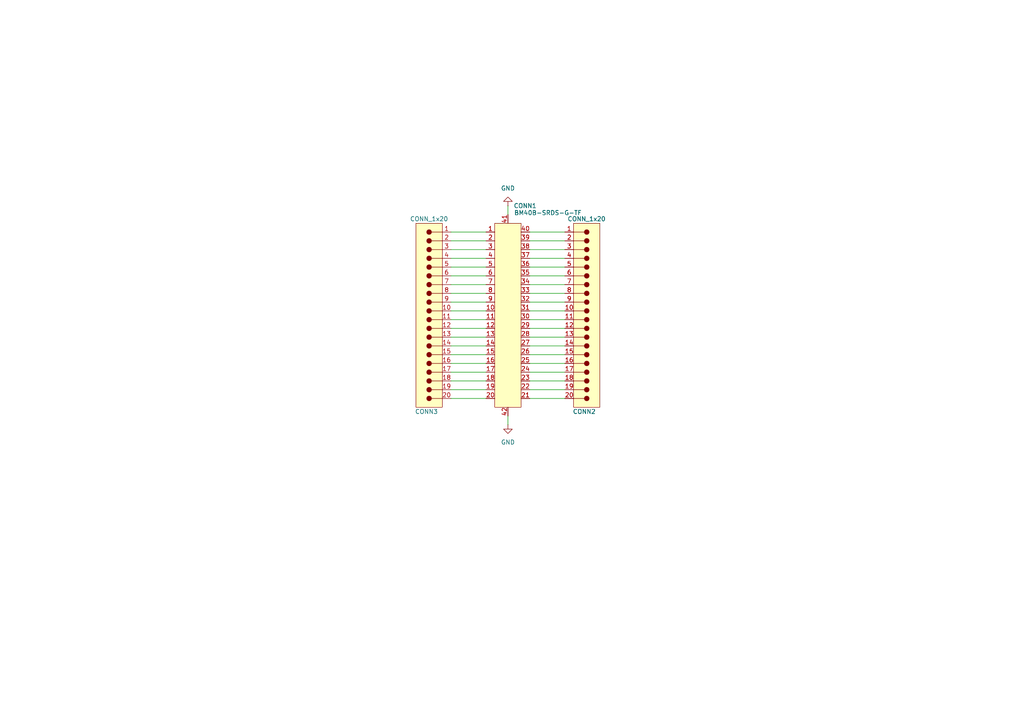
<source format=kicad_sch>
(kicad_sch (version 20231120) (generator "eeschema") (generator_version "8.0")
  (paper "A4")
  (lib_symbols
    (symbol "Borna KiCAD Libary:BM40B-SRDS-G-TF"
      (property "Reference" "CONN" (at 3.302 -27.94 0))
      (property "Value" "BM40B-SRDS-G-TF" (at 10.414 -29.972 0))
      (symbol "BM40B-SRDS-G-TF_1_1"
        (rectangle (start -3.81 26.67) (end 3.81 -26.67) (fill (type background)))
        (pin passive line (at -6.35 24.13 0) (length 2.54) (name "") (number "1"))
        (pin passive line (at -6.35 1.27 0) (length 2.54) (name "") (number "10"))
        (pin passive line (at -6.35 -1.27 0) (length 2.54) (name "") (number "11"))
        (pin passive line (at -6.35 -3.81 0) (length 2.54) (name "") (number "12"))
        (pin passive line (at -6.35 -6.35 0) (length 2.54) (name "") (number "13"))
        (pin passive line (at -6.35 -8.89 0) (length 2.54) (name "") (number "14"))
        (pin passive line (at -6.35 -11.43 0) (length 2.54) (name "") (number "15"))
        (pin passive line (at -6.35 -13.97 0) (length 2.54) (name "") (number "16"))
        (pin passive line (at -6.35 -16.51 0) (length 2.54) (name "") (number "17"))
        (pin passive line (at -6.35 -19.05 0) (length 2.54) (name "") (number "18"))
        (pin passive line (at -6.35 -21.59 0) (length 2.54) (name "") (number "19"))
        (pin passive line (at -6.35 21.59 0) (length 2.54) (name "") (number "2"))
        (pin passive line (at -6.35 -24.13 0) (length 2.54) (name "") (number "20"))
        (pin passive line (at 6.35 -24.13 180) (length 2.54) (name "") (number "21"))
        (pin passive line (at 6.35 -21.59 180) (length 2.54) (name "") (number "22"))
        (pin passive line (at 6.35 -19.05 180) (length 2.54) (name "") (number "23"))
        (pin passive line (at 6.35 -16.51 180) (length 2.54) (name "") (number "24"))
        (pin passive line (at 6.35 -13.97 180) (length 2.54) (name "") (number "25"))
        (pin passive line (at 6.35 -11.43 180) (length 2.54) (name "") (number "26"))
        (pin passive line (at 6.35 -8.89 180) (length 2.54) (name "") (number "27"))
        (pin passive line (at 6.35 -6.35 180) (length 2.54) (name "") (number "28"))
        (pin passive line (at 6.35 -3.81 180) (length 2.54) (name "") (number "29"))
        (pin passive line (at -6.35 19.05 0) (length 2.54) (name "") (number "3"))
        (pin passive line (at 6.35 -1.27 180) (length 2.54) (name "") (number "30"))
        (pin passive line (at 6.35 1.27 180) (length 2.54) (name "") (number "31"))
        (pin passive line (at 6.35 3.81 180) (length 2.54) (name "") (number "32"))
        (pin passive line (at 6.35 6.35 180) (length 2.54) (name "") (number "33"))
        (pin passive line (at 6.35 8.89 180) (length 2.54) (name "") (number "34"))
        (pin passive line (at 6.35 11.43 180) (length 2.54) (name "") (number "35"))
        (pin passive line (at 6.35 13.97 180) (length 2.54) (name "") (number "36"))
        (pin passive line (at 6.35 16.51 180) (length 2.54) (name "") (number "37"))
        (pin passive line (at 6.35 19.05 180) (length 2.54) (name "") (number "38"))
        (pin passive line (at 6.35 21.59 180) (length 2.54) (name "") (number "39"))
        (pin passive line (at -6.35 16.51 0) (length 2.54) (name "") (number "4"))
        (pin passive line (at 6.35 24.13 180) (length 2.54) (name "") (number "40"))
        (pin passive line (at 0 29.21 270) (length 2.54) (name "") (number "41"))
        (pin passive line (at 0 -29.21 90) (length 2.54) (name "") (number "42"))
        (pin passive line (at -6.35 13.97 0) (length 2.54) (name "") (number "5"))
        (pin passive line (at -6.35 11.43 0) (length 2.54) (name "") (number "6"))
        (pin passive line (at -6.35 8.89 0) (length 2.54) (name "") (number "7"))
        (pin passive line (at -6.35 6.35 0) (length 2.54) (name "") (number "8"))
        (pin passive line (at -6.35 3.81 0) (length 2.54) (name "") (number "9"))
      )
    )
    (symbol "Borna KiCAD Libary:CONN_1x20"
      (property "Reference" "CONN?" (at -0.254 -28.194 0))
      (property "Value" "CONN_1x20" (at 0 13.97 0))
      (symbol "CONN_1x20_1_1"
        (rectangle (start -3.81 26.67) (end 3.81 -26.67) (fill (type background)))
        (circle (center 0 -24.13) (radius 0.6848) (fill (type outline)))
        (circle (center 0 -21.59) (radius 0.6848) (fill (type outline)))
        (circle (center 0 -19.05) (radius 0.6848) (fill (type outline)))
        (circle (center 0 -16.51) (radius 0.6848) (fill (type outline)))
        (circle (center 0 -13.97) (radius 0.6848) (fill (type outline)))
        (circle (center 0 -11.43) (radius 0.6848) (fill (type outline)))
        (circle (center 0 -8.89) (radius 0.6848) (fill (type outline)))
        (circle (center 0 -6.35) (radius 0.6848) (fill (type outline)))
        (circle (center 0 -3.81) (radius 0.6848) (fill (type outline)))
        (circle (center 0 -1.27) (radius 0.6848) (fill (type outline)))
        (polyline (pts (xy -3.81 -24.13) (xy 0 -24.13)))
        (polyline (pts (xy -3.81 -21.59) (xy 0 -21.59)))
        (polyline (pts (xy -3.81 -19.05) (xy 0 -19.05)))
        (polyline (pts (xy -3.81 -16.51) (xy 0 -16.51)))
        (polyline (pts (xy -3.81 -13.97) (xy 0 -13.97)))
        (polyline (pts (xy -3.81 -11.43) (xy 0 -11.43)))
        (polyline (pts (xy -3.81 -8.89) (xy 0 -8.89)))
        (polyline (pts (xy -3.81 -6.35) (xy 0 -6.35)))
        (polyline (pts (xy -3.81 -3.81) (xy 0 -3.81)))
        (polyline (pts (xy -3.81 -1.27) (xy 0 -1.27)))
        (polyline (pts (xy -3.81 1.27) (xy 0 1.27)))
        (polyline (pts (xy -3.81 3.81) (xy 0 3.81)))
        (polyline (pts (xy -3.81 6.35) (xy 0 6.35)))
        (polyline (pts (xy -3.81 8.89) (xy 0 8.89)))
        (polyline (pts (xy -3.81 11.43) (xy 0 11.43)))
        (polyline (pts (xy -3.81 13.97) (xy 0 13.97)))
        (polyline (pts (xy -3.81 16.51) (xy 0 16.51)))
        (polyline (pts (xy -3.81 19.05) (xy 0 19.05)))
        (polyline (pts (xy -3.81 21.59) (xy 0 21.59)))
        (polyline (pts (xy -3.81 24.13) (xy 0 24.13)))
        (circle (center 0 1.27) (radius 0.6848) (fill (type outline)))
        (circle (center 0 3.81) (radius 0.6848) (fill (type outline)))
        (circle (center 0 6.35) (radius 0.6848) (fill (type outline)))
        (circle (center 0 8.89) (radius 0.6848) (fill (type outline)))
        (circle (center 0 11.43) (radius 0.6848) (fill (type outline)))
        (circle (center 0 13.97) (radius 0.6848) (fill (type outline)))
        (circle (center 0 16.51) (radius 0.6848) (fill (type outline)))
        (circle (center 0 19.05) (radius 0.6848) (fill (type outline)))
        (circle (center 0 21.59) (radius 0.6848) (fill (type outline)))
        (circle (center 0 24.13) (radius 0.6848) (fill (type outline)))
        (pin passive line (at -6.35 24.13 0) (length 2.54) (name "") (number "1"))
        (pin passive line (at -6.35 1.27 0) (length 2.54) (name "") (number "10"))
        (pin passive line (at -6.35 -1.27 0) (length 2.54) (name "") (number "11"))
        (pin passive line (at -6.35 -3.81 0) (length 2.54) (name "") (number "12"))
        (pin passive line (at -6.35 -6.35 0) (length 2.54) (name "") (number "13"))
        (pin passive line (at -6.35 -8.89 0) (length 2.54) (name "") (number "14"))
        (pin passive line (at -6.35 -11.43 0) (length 2.54) (name "") (number "15"))
        (pin passive line (at -6.35 -13.97 0) (length 2.54) (name "") (number "16"))
        (pin passive line (at -6.35 -16.51 0) (length 2.54) (name "") (number "17"))
        (pin passive line (at -6.35 -19.05 0) (length 2.54) (name "") (number "18"))
        (pin passive line (at -6.35 -21.59 0) (length 2.54) (name "") (number "19"))
        (pin passive line (at -6.35 21.59 0) (length 2.54) (name "") (number "2"))
        (pin passive line (at -6.35 -24.13 0) (length 2.54) (name "") (number "20"))
        (pin passive line (at -6.35 19.05 0) (length 2.54) (name "") (number "3"))
        (pin passive line (at -6.35 16.51 0) (length 2.54) (name "") (number "4"))
        (pin passive line (at -6.35 13.97 0) (length 2.54) (name "") (number "5"))
        (pin passive line (at -6.35 11.43 0) (length 2.54) (name "") (number "6"))
        (pin passive line (at -6.35 8.89 0) (length 2.54) (name "") (number "7"))
        (pin passive line (at -6.35 6.35 0) (length 2.54) (name "") (number "8"))
        (pin passive line (at -6.35 3.81 0) (length 2.54) (name "") (number "9"))
      )
    )
    (symbol "CONN_1x20_1"
      (property "Reference" "CONN?" (at -0.254 -28.194 0))
      (property "Value" "CONN_1x20" (at 0 13.97 0))
      (symbol "CONN_1x20_1_1_1"
        (rectangle (start -3.81 26.67) (end 3.81 -26.67) (fill (type background)))
        (circle (center 0 -24.13) (radius 0.6848) (fill (type outline)))
        (circle (center 0 -21.59) (radius 0.6848) (fill (type outline)))
        (circle (center 0 -19.05) (radius 0.6848) (fill (type outline)))
        (circle (center 0 -16.51) (radius 0.6848) (fill (type outline)))
        (circle (center 0 -13.97) (radius 0.6848) (fill (type outline)))
        (circle (center 0 -11.43) (radius 0.6848) (fill (type outline)))
        (circle (center 0 -8.89) (radius 0.6848) (fill (type outline)))
        (circle (center 0 -6.35) (radius 0.6848) (fill (type outline)))
        (circle (center 0 -3.81) (radius 0.6848) (fill (type outline)))
        (circle (center 0 -1.27) (radius 0.6848) (fill (type outline)))
        (polyline (pts (xy -3.81 -24.13) (xy 0 -24.13)))
        (polyline (pts (xy -3.81 -21.59) (xy 0 -21.59)))
        (polyline (pts (xy -3.81 -19.05) (xy 0 -19.05)))
        (polyline (pts (xy -3.81 -16.51) (xy 0 -16.51)))
        (polyline (pts (xy -3.81 -13.97) (xy 0 -13.97)))
        (polyline (pts (xy -3.81 -11.43) (xy 0 -11.43)))
        (polyline (pts (xy -3.81 -8.89) (xy 0 -8.89)))
        (polyline (pts (xy -3.81 -6.35) (xy 0 -6.35)))
        (polyline (pts (xy -3.81 -3.81) (xy 0 -3.81)))
        (polyline (pts (xy -3.81 -1.27) (xy 0 -1.27)))
        (polyline (pts (xy -3.81 1.27) (xy 0 1.27)))
        (polyline (pts (xy -3.81 3.81) (xy 0 3.81)))
        (polyline (pts (xy -3.81 6.35) (xy 0 6.35)))
        (polyline (pts (xy -3.81 8.89) (xy 0 8.89)))
        (polyline (pts (xy -3.81 11.43) (xy 0 11.43)))
        (polyline (pts (xy -3.81 13.97) (xy 0 13.97)))
        (polyline (pts (xy -3.81 16.51) (xy 0 16.51)))
        (polyline (pts (xy -3.81 19.05) (xy 0 19.05)))
        (polyline (pts (xy -3.81 21.59) (xy 0 21.59)))
        (polyline (pts (xy -3.81 24.13) (xy 0 24.13)))
        (circle (center 0 1.27) (radius 0.6848) (fill (type outline)))
        (circle (center 0 3.81) (radius 0.6848) (fill (type outline)))
        (circle (center 0 6.35) (radius 0.6848) (fill (type outline)))
        (circle (center 0 8.89) (radius 0.6848) (fill (type outline)))
        (circle (center 0 11.43) (radius 0.6848) (fill (type outline)))
        (circle (center 0 13.97) (radius 0.6848) (fill (type outline)))
        (circle (center 0 16.51) (radius 0.6848) (fill (type outline)))
        (circle (center 0 19.05) (radius 0.6848) (fill (type outline)))
        (circle (center 0 21.59) (radius 0.6848) (fill (type outline)))
        (circle (center 0 24.13) (radius 0.6848) (fill (type outline)))
        (pin passive line (at -6.35 24.13 0) (length 2.54) (name "") (number "1"))
        (pin passive line (at -6.35 1.27 0) (length 2.54) (name "") (number "10"))
        (pin passive line (at -6.35 -1.27 0) (length 2.54) (name "") (number "11"))
        (pin passive line (at -6.35 -3.81 0) (length 2.54) (name "") (number "12"))
        (pin passive line (at -6.35 -6.35 0) (length 2.54) (name "") (number "13"))
        (pin passive line (at -6.35 -8.89 0) (length 2.54) (name "") (number "14"))
        (pin passive line (at -6.35 -11.43 0) (length 2.54) (name "") (number "15"))
        (pin passive line (at -6.35 -13.97 0) (length 2.54) (name "") (number "16"))
        (pin passive line (at -6.35 -16.51 0) (length 2.54) (name "") (number "17"))
        (pin passive line (at -6.35 -19.05 0) (length 2.54) (name "") (number "18"))
        (pin passive line (at -6.35 -21.59 0) (length 2.54) (name "") (number "19"))
        (pin passive line (at -6.35 21.59 0) (length 2.54) (name "") (number "2"))
        (pin passive line (at -6.35 -24.13 0) (length 2.54) (name "") (number "20"))
        (pin passive line (at -6.35 19.05 0) (length 2.54) (name "") (number "3"))
        (pin passive line (at -6.35 16.51 0) (length 2.54) (name "") (number "4"))
        (pin passive line (at -6.35 13.97 0) (length 2.54) (name "") (number "5"))
        (pin passive line (at -6.35 11.43 0) (length 2.54) (name "") (number "6"))
        (pin passive line (at -6.35 8.89 0) (length 2.54) (name "") (number "7"))
        (pin passive line (at -6.35 6.35 0) (length 2.54) (name "") (number "8"))
        (pin passive line (at -6.35 3.81 0) (length 2.54) (name "") (number "9"))
      )
    )
    (symbol "power:GND" (power) (pin_numbers hide) (pin_names (offset 0) hide)
      (property "Value" "GND" (at 0 -3.81 0))
      (symbol "GND_0_1"
        (polyline (pts (xy 0 0) (xy 0 -1.27) (xy 1.27 -1.27) (xy 0 -2.54) (xy -1.27 -1.27) (xy 0 -1.27)))
      )
      (symbol "GND_1_1"
        (pin power_in line (at 0 0 270) (length 0) (name "~") (number "1"))
      )
    )
  )
  (wire (pts (xy 153.67 100.33) (xy 163.83 100.33)))
  (wire (pts (xy 153.67 113.03) (xy 163.83 113.03)))
  (wire (pts (xy 153.67 82.55) (xy 163.83 82.55)))
  (wire (pts (xy 130.81 90.17) (xy 140.97 90.17)))
  (wire (pts (xy 130.81 110.49) (xy 140.97 110.49)))
  (wire (pts (xy 130.81 100.33) (xy 140.97 100.33)))
  (wire (pts (xy 130.81 105.41) (xy 140.97 105.41)))
  (wire (pts (xy 130.81 80.01) (xy 140.97 80.01)))
  (wire (pts (xy 130.81 67.31) (xy 140.97 67.31)))
  (wire (pts (xy 130.81 69.85) (xy 140.97 69.85)))
  (wire (pts (xy 153.67 72.39) (xy 163.83 72.39)))
  (wire (pts (xy 153.67 110.49) (xy 163.83 110.49)))
  (wire (pts (xy 153.67 87.63) (xy 163.83 87.63)))
  (wire (pts (xy 153.67 80.01) (xy 163.83 80.01)))
  (wire (pts (xy 153.67 74.93) (xy 163.83 74.93)))
  (wire (pts (xy 153.67 115.57) (xy 163.83 115.57)))
  (wire (pts (xy 147.32 59.69) (xy 147.32 62.23)))
  (wire (pts (xy 153.67 102.87) (xy 163.83 102.87)))
  (wire (pts (xy 130.81 95.25) (xy 140.97 95.25)))
  (wire (pts (xy 130.81 102.87) (xy 140.97 102.87)))
  (wire (pts (xy 153.67 85.09) (xy 163.83 85.09)))
  (wire (pts (xy 130.81 85.09) (xy 140.97 85.09)))
  (wire (pts (xy 153.67 97.79) (xy 163.83 97.79)))
  (wire (pts (xy 153.67 77.47) (xy 163.83 77.47)))
  (wire (pts (xy 153.67 107.95) (xy 163.83 107.95)))
  (wire (pts (xy 130.81 82.55) (xy 140.97 82.55)))
  (wire (pts (xy 153.67 92.71) (xy 163.83 92.71)))
  (wire (pts (xy 130.81 107.95) (xy 140.97 107.95)))
  (wire (pts (xy 153.67 69.85) (xy 163.83 69.85)))
  (wire (pts (xy 130.81 97.79) (xy 140.97 97.79)))
  (wire (pts (xy 147.32 120.65) (xy 147.32 123.19)))
  (wire (pts (xy 153.67 95.25) (xy 163.83 95.25)))
  (wire (pts (xy 130.81 92.71) (xy 140.97 92.71)))
  (wire (pts (xy 153.67 67.31) (xy 163.83 67.31)))
  (wire (pts (xy 153.67 105.41) (xy 163.83 105.41)))
  (wire (pts (xy 153.67 90.17) (xy 163.83 90.17)))
  (wire (pts (xy 130.81 74.93) (xy 140.97 74.93)))
  (wire (pts (xy 130.81 113.03) (xy 140.97 113.03)))
  (wire (pts (xy 130.81 72.39) (xy 140.97 72.39)))
  (wire (pts (xy 130.81 87.63) (xy 140.97 87.63)))
  (wire (pts (xy 130.81 115.57) (xy 140.97 115.57)))
  (wire (pts (xy 130.81 77.47) (xy 140.97 77.47)))
  (symbol (lib_id "Borna KiCAD Libary:CONN_1x20") (at 170.18 91.44 0) (unit 1)
    (property "Reference" "CONN2" (at 166.116 119.38 0) (effects (justify left)))
    (property "Value" "CONN_1x20" (at 164.592 63.5 0) (effects (justify left)))
    (property "Footprint" "Borna KiCAD Library:CONN1X20" (effects (hide yes)))
  )
  (symbol (lib_id "power:GND") (at 147.32 123.19 0) (mirror y) (unit 1)
    (property "Reference" "#PWR02" (effects (hide yes)))
    (property "Value" "GND" (at 147.32 128.27 0))
    (property "Description" "Power symbol creates a global label with name \"GND\" , ground" (effects (hide yes)))
  )
  (symbol (lib_name "CONN_1x20_1") (lib_id "Borna KiCAD Libary:CONN_1x20") (at 124.46 91.44 0) (mirror y) (unit 1)
    (property "Reference" "CONN3" (at 123.698 119.38 0))
    (property "Value" "CONN_1x20" (at 124.46 63.5 0))
    (property "Footprint" "Borna KiCAD Library:CONN1X20" (effects (hide yes)))
  )
  (symbol (lib_id "Borna KiCAD Libary:BM40B-SRDS-G-TF") (at 147.32 91.44 0) (unit 1)
    (property "Reference" "CONN1" (at 148.9711 59.69 0) (effects (justify left)))
    (property "Value" "BM40B-SRDS-G-TF" (at 149.098 61.722 0) (effects (justify left)))
    (property "Footprint" "Borna KiCAD Library:BM40B-SRDS-G-TF" (effects (hide yes)))
  )
  (symbol (lib_id "power:GND") (at 147.32 59.69 180) (unit 1)
    (property "Reference" "#PWR01" (effects (hide yes)))
    (property "Value" "GND" (at 147.32 54.61 0))
    (property "Description" "Power symbol creates a global label with name \"GND\" , ground" (effects (hide yes)))
  )
)
</source>
